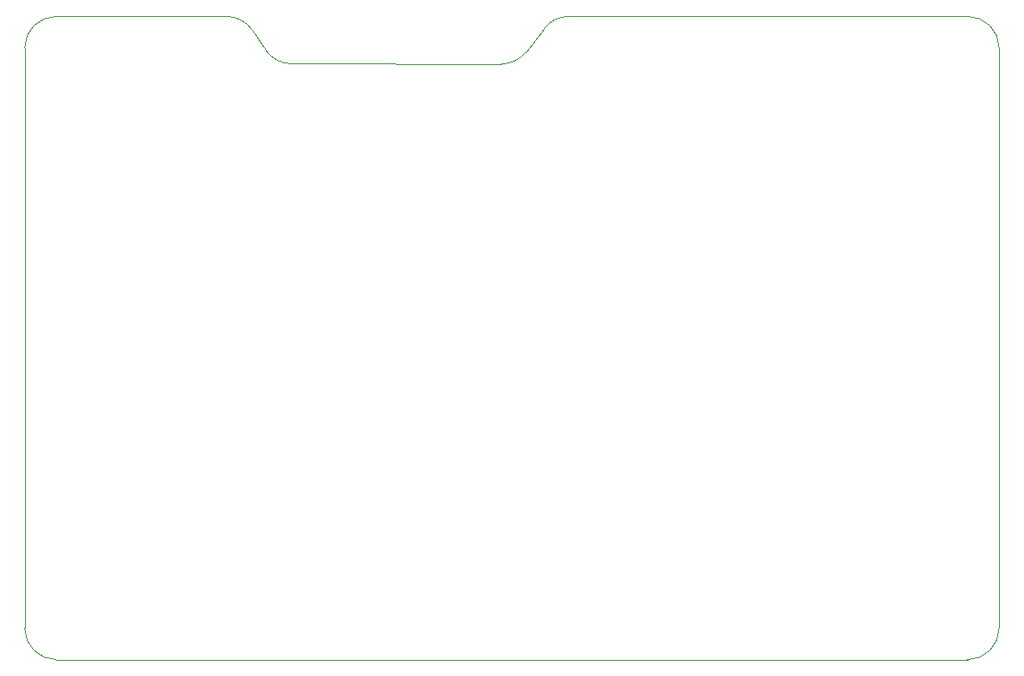
<source format=gbr>
%TF.GenerationSoftware,KiCad,Pcbnew,8.0.9-unknown-202502181922~c4009544a9~ubuntu24.04.1*%
%TF.CreationDate,2025-03-05T23:49:28+05:30*%
%TF.ProjectId,CircuitDesign_AEDTrainer,43697263-7569-4744-9465-7369676e5f41,rev?*%
%TF.SameCoordinates,Original*%
%TF.FileFunction,Profile,NP*%
%FSLAX46Y46*%
G04 Gerber Fmt 4.6, Leading zero omitted, Abs format (unit mm)*
G04 Created by KiCad (PCBNEW 8.0.9-unknown-202502181922~c4009544a9~ubuntu24.04.1) date 2025-03-05 23:49:28*
%MOMM*%
%LPD*%
G01*
G04 APERTURE LIST*
%TA.AperFunction,Profile*%
%ADD10C,0.050000*%
%TD*%
G04 APERTURE END LIST*
D10*
X137626989Y-61033857D02*
G75*
G02*
X135250731Y-62198395I-2372989J1835457D01*
G01*
X115371058Y-62176739D02*
G75*
G02*
X112884544Y-60850427I3242J3000039D01*
G01*
X109151844Y-57675000D02*
G75*
G02*
X111641562Y-59001356I-44J-3000000D01*
G01*
X139324252Y-58839538D02*
G75*
G02*
X141697242Y-57675033I2372948J-1835462D01*
G01*
X141697242Y-57675000D02*
X179525000Y-57675000D01*
X109151844Y-57675000D02*
X93025000Y-57675000D01*
X137626989Y-61033857D02*
X139324252Y-58839538D01*
X115371058Y-62176739D02*
X135250731Y-62198394D01*
X111641592Y-59001336D02*
X112884577Y-60850405D01*
X179525000Y-57675000D02*
G75*
G02*
X182525000Y-60675000I0J-3000000D01*
G01*
X182525000Y-115750000D02*
G75*
G02*
X179525000Y-118750000I-3000000J0D01*
G01*
X90025000Y-60675000D02*
G75*
G02*
X93025000Y-57675000I3000000J0D01*
G01*
X93025000Y-118750000D02*
G75*
G02*
X90025000Y-115750000I0J3000000D01*
G01*
X182525000Y-60675000D02*
X182525000Y-115750000D01*
X179525000Y-118750000D02*
X93025000Y-118750000D01*
X90025000Y-115750000D02*
X90025000Y-60675000D01*
M02*

</source>
